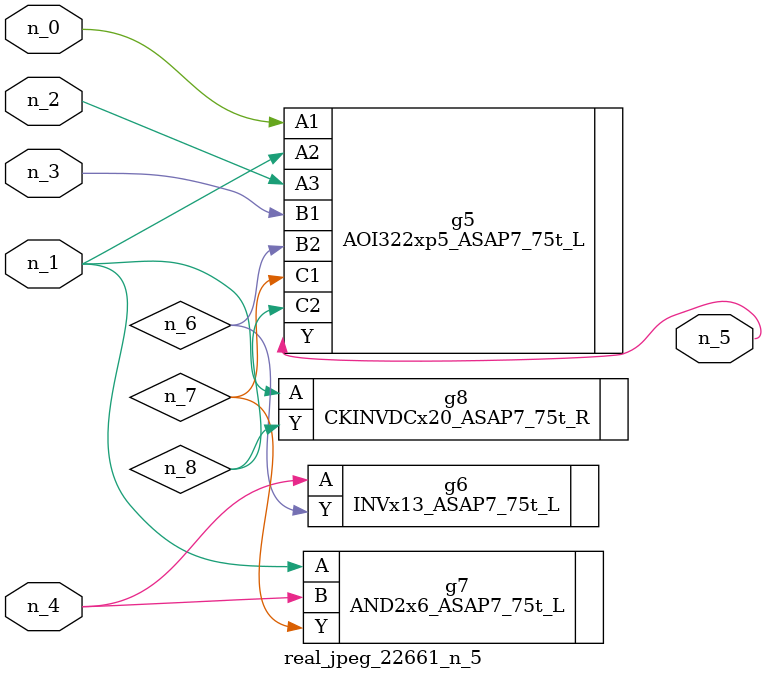
<source format=v>
module real_jpeg_22661_n_5 (n_4, n_0, n_1, n_2, n_3, n_5);

input n_4;
input n_0;
input n_1;
input n_2;
input n_3;

output n_5;

wire n_8;
wire n_6;
wire n_7;

AOI322xp5_ASAP7_75t_L g5 ( 
.A1(n_0),
.A2(n_1),
.A3(n_2),
.B1(n_3),
.B2(n_6),
.C1(n_7),
.C2(n_8),
.Y(n_5)
);

AND2x6_ASAP7_75t_L g7 ( 
.A(n_1),
.B(n_4),
.Y(n_7)
);

CKINVDCx20_ASAP7_75t_R g8 ( 
.A(n_1),
.Y(n_8)
);

INVx13_ASAP7_75t_L g6 ( 
.A(n_4),
.Y(n_6)
);


endmodule
</source>
